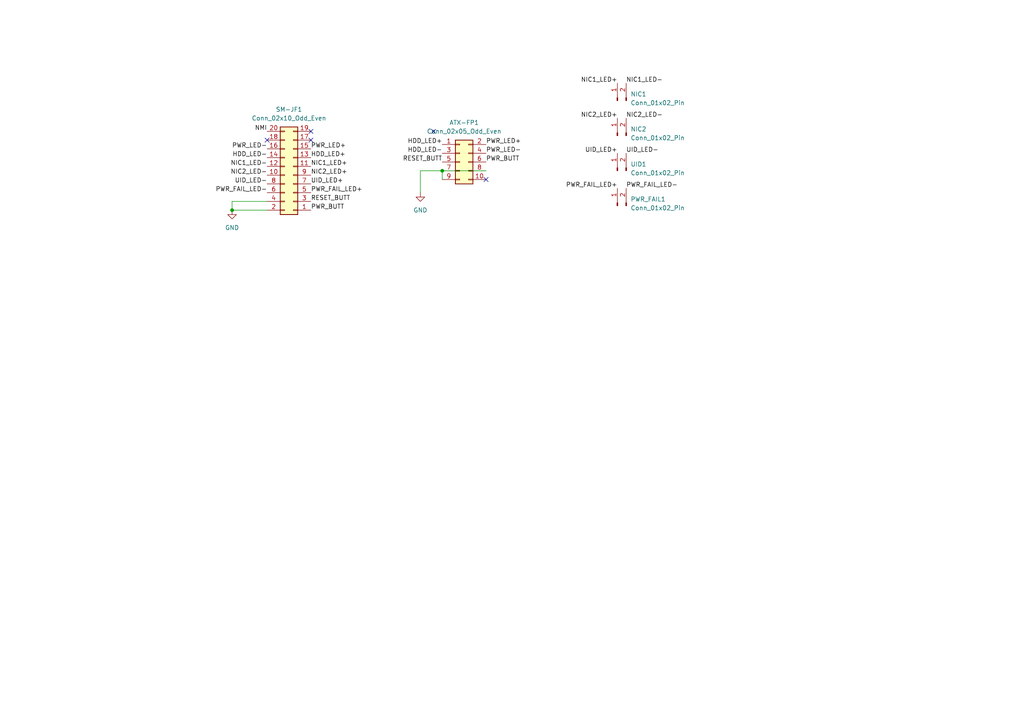
<source format=kicad_sch>
(kicad_sch (version 20230121) (generator eeschema)
  (paper "A4")
  (lib_symbols
    (symbol "Connector:Conn_01x02_Pin" (pin_names (offset 1.016) hide)
      (property "Reference" "J" (at 0 2.54 0))
      (property "Value" "Conn_01x02_Pin" (at 0 -5.08 0))
      (symbol "Conn_01x02_Pin_1_1"
        (polyline (pts (xy 1.27 -2.54) (xy 0.8636 -2.54)) (stroke (width 0.1524)))
        (polyline (pts (xy 1.27 0) (xy 0.8636 0)) (stroke (width 0.1524)))
        (rectangle (start 0.8636 -2.413) (end 0 -2.667) (stroke (width 0.1524)) (fill (type outline)))
        (rectangle (start 0.8636 0.127) (end 0 -0.127) (stroke (width 0.1524)) (fill (type outline)))
        (pin passive line (at 5.08 0 180) (length 3.81) (name "Pin_1") (number "1"))
        (pin passive line (at 5.08 -2.54 180) (length 3.81) (name "Pin_2") (number "2"))
      )
    )
    (symbol "Connector_Generic:Conn_02x05_Odd_Even" (pin_names (offset 1.016) hide)
      (property "Reference" "J" (at 1.27 7.62 0))
      (property "Value" "Conn_02x05_Odd_Even" (at 1.27 -7.62 0))
      (symbol "Conn_02x05_Odd_Even_1_1"
        (rectangle (start -1.27 -4.953) (end 0 -5.207) (stroke (width 0.1524)))
        (rectangle (start -1.27 -2.413) (end 0 -2.667) (stroke (width 0.1524)))
        (rectangle (start -1.27 0.127) (end 0 -0.127) (stroke (width 0.1524)))
        (rectangle (start -1.27 2.667) (end 0 2.413) (stroke (width 0.1524)))
        (rectangle (start -1.27 5.207) (end 0 4.953) (stroke (width 0.1524)))
        (rectangle (start -1.27 6.35) (end 3.81 -6.35) (stroke (width 0.254)) (fill (type background)))
        (rectangle (start 3.81 -4.953) (end 2.54 -5.207) (stroke (width 0.1524)))
        (rectangle (start 3.81 -2.413) (end 2.54 -2.667) (stroke (width 0.1524)))
        (rectangle (start 3.81 0.127) (end 2.54 -0.127) (stroke (width 0.1524)))
        (rectangle (start 3.81 2.667) (end 2.54 2.413) (stroke (width 0.1524)))
        (rectangle (start 3.81 5.207) (end 2.54 4.953) (stroke (width 0.1524)))
        (pin passive line (at -5.08 5.08 0) (length 3.81) (name "Pin_1") (number "1"))
        (pin passive line (at 7.62 -5.08 180) (length 3.81) (name "Pin_10") (number "10"))
        (pin passive line (at 7.62 5.08 180) (length 3.81) (name "Pin_2") (number "2"))
        (pin passive line (at -5.08 2.54 0) (length 3.81) (name "Pin_3") (number "3"))
        (pin passive line (at 7.62 2.54 180) (length 3.81) (name "Pin_4") (number "4"))
        (pin passive line (at -5.08 0 0) (length 3.81) (name "Pin_5") (number "5"))
        (pin passive line (at 7.62 0 180) (length 3.81) (name "Pin_6") (number "6"))
        (pin passive line (at -5.08 -2.54 0) (length 3.81) (name "Pin_7") (number "7"))
        (pin passive line (at 7.62 -2.54 180) (length 3.81) (name "Pin_8") (number "8"))
        (pin passive line (at -5.08 -5.08 0) (length 3.81) (name "Pin_9") (number "9"))
      )
    )
    (symbol "Connector_Generic:Conn_02x10_Odd_Even" (pin_names (offset 1.016) hide)
      (property "Reference" "J" (at 1.27 12.7 0))
      (property "Value" "Conn_02x10_Odd_Even" (at 1.27 -15.24 0))
      (symbol "Conn_02x10_Odd_Even_1_1"
        (rectangle (start -1.27 -12.573) (end 0 -12.827) (stroke (width 0.1524)))
        (rectangle (start -1.27 -10.033) (end 0 -10.287) (stroke (width 0.1524)))
        (rectangle (start -1.27 -7.493) (end 0 -7.747) (stroke (width 0.1524)))
        (rectangle (start -1.27 -4.953) (end 0 -5.207) (stroke (width 0.1524)))
        (rectangle (start -1.27 -2.413) (end 0 -2.667) (stroke (width 0.1524)))
        (rectangle (start -1.27 0.127) (end 0 -0.127) (stroke (width 0.1524)))
        (rectangle (start -1.27 2.667) (end 0 2.413) (stroke (width 0.1524)))
        (rectangle (start -1.27 5.207) (end 0 4.953) (stroke (width 0.1524)))
        (rectangle (start -1.27 7.747) (end 0 7.493) (stroke (width 0.1524)))
        (rectangle (start -1.27 10.287) (end 0 10.033) (stroke (width 0.1524)))
        (rectangle (start -1.27 11.43) (end 3.81 -13.97) (stroke (width 0.254)) (fill (type background)))
        (rectangle (start 3.81 -12.573) (end 2.54 -12.827) (stroke (width 0.1524)))
        (rectangle (start 3.81 -10.033) (end 2.54 -10.287) (stroke (width 0.1524)))
        (rectangle (start 3.81 -7.493) (end 2.54 -7.747) (stroke (width 0.1524)))
        (rectangle (start 3.81 -4.953) (end 2.54 -5.207) (stroke (width 0.1524)))
        (rectangle (start 3.81 -2.413) (end 2.54 -2.667) (stroke (width 0.1524)))
        (rectangle (start 3.81 0.127) (end 2.54 -0.127) (stroke (width 0.1524)))
        (rectangle (start 3.81 2.667) (end 2.54 2.413) (stroke (width 0.1524)))
        (rectangle (start 3.81 5.207) (end 2.54 4.953) (stroke (width 0.1524)))
        (rectangle (start 3.81 7.747) (end 2.54 7.493) (stroke (width 0.1524)))
        (rectangle (start 3.81 10.287) (end 2.54 10.033) (stroke (width 0.1524)))
        (pin passive line (at -5.08 10.16 0) (length 3.81) (name "Pin_1") (number "1"))
        (pin passive line (at 7.62 0 180) (length 3.81) (name "Pin_10") (number "10"))
        (pin passive line (at -5.08 -2.54 0) (length 3.81) (name "Pin_11") (number "11"))
        (pin passive line (at 7.62 -2.54 180) (length 3.81) (name "Pin_12") (number "12"))
        (pin passive line (at -5.08 -5.08 0) (length 3.81) (name "Pin_13") (number "13"))
        (pin passive line (at 7.62 -5.08 180) (length 3.81) (name "Pin_14") (number "14"))
        (pin passive line (at -5.08 -7.62 0) (length 3.81) (name "Pin_15") (number "15"))
        (pin passive line (at 7.62 -7.62 180) (length 3.81) (name "Pin_16") (number "16"))
        (pin passive line (at -5.08 -10.16 0) (length 3.81) (name "Pin_17") (number "17"))
        (pin passive line (at 7.62 -10.16 180) (length 3.81) (name "Pin_18") (number "18"))
        (pin passive line (at -5.08 -12.7 0) (length 3.81) (name "Pin_19") (number "19"))
        (pin passive line (at 7.62 10.16 180) (length 3.81) (name "Pin_2") (number "2"))
        (pin passive line (at 7.62 -12.7 180) (length 3.81) (name "Pin_20") (number "20"))
        (pin passive line (at -5.08 7.62 0) (length 3.81) (name "Pin_3") (number "3"))
        (pin passive line (at 7.62 7.62 180) (length 3.81) (name "Pin_4") (number "4"))
        (pin passive line (at -5.08 5.08 0) (length 3.81) (name "Pin_5") (number "5"))
        (pin passive line (at 7.62 5.08 180) (length 3.81) (name "Pin_6") (number "6"))
        (pin passive line (at -5.08 2.54 0) (length 3.81) (name "Pin_7") (number "7"))
        (pin passive line (at 7.62 2.54 180) (length 3.81) (name "Pin_8") (number "8"))
        (pin passive line (at -5.08 0 0) (length 3.81) (name "Pin_9") (number "9"))
      )
    )
    (symbol "power:GND" (power) (pin_names (offset 0))
      (property "Value" "GND" (at 0 -3.81 0))
      (symbol "GND_0_1"
        (polyline (pts (xy 0 0) (xy 0 -1.27) (xy 1.27 -1.27) (xy 0 -2.54) (xy -1.27 -1.27) (xy 0 -1.27)))
      )
      (symbol "GND_1_1"
        (pin power_in line (at 0 0 270) (length 0) hide (name "GND") (number "1"))
      )
    )
  )
  (junction (at 128.27 49.53))
  (junction (at 67.31 60.96))
  (no_connect (at 125.73 38.1))
  (no_connect (at 140.97 52.07))
  (no_connect (at 77.47 40.64))
  (no_connect (at 90.17 40.64))
  (no_connect (at 90.17 38.1))
  (wire (pts (xy 77.47 58.42) (xy 67.31 58.42)))
  (wire (pts (xy 121.92 49.53) (xy 121.92 55.88)))
  (wire (pts (xy 128.27 49.53) (xy 140.97 49.53)))
  (wire (pts (xy 128.27 49.53) (xy 128.27 52.07)))
  (wire (pts (xy 67.31 58.42) (xy 67.31 60.96)))
  (wire (pts (xy 67.31 60.96) (xy 77.47 60.96)))
  (wire (pts (xy 128.27 49.53) (xy 121.92 49.53)))
  (label "PWR_FAIL_LED+" (at 179.07 54.61 180))
  (label "NIC2_LED-" (at 77.47 50.8 180))
  (label "PWR_LED-" (at 77.47 43.18 180))
  (label "HDD_LED-" (at 128.27 44.45 180))
  (label "HDD_LED+" (at 90.17 45.72 0))
  (label "PWR_BUTT" (at 140.97 46.99 0))
  (label "NIC2_LED-" (at 181.61 34.29 0))
  (label "NIC1_LED-" (at 181.61 24.13 0))
  (label "PWR_LED+" (at 90.17 43.18 0))
  (label "UID_LED-" (at 77.47 53.34 180))
  (label "NIC2_LED+" (at 179.07 34.29 180))
  (label "HDD_LED-" (at 77.47 45.72 180))
  (label "HDD_LED+" (at 128.27 41.91 180))
  (label "RESET_BUTT" (at 128.27 46.99 180))
  (label "PWR_LED-" (at 140.97 44.45 0))
  (label "NIC2_LED+" (at 90.17 50.8 0))
  (label "NIC1_LED-" (at 77.47 48.26 180))
  (label "NIC1_LED+" (at 179.07 24.13 180))
  (label "PWR_FAIL_LED+" (at 90.17 55.88 0))
  (label "UID_LED+" (at 90.17 53.34 0))
  (label "UID_LED+" (at 179.07 44.45 180))
  (label "PWR_FAIL_LED-" (at 181.61 54.61 0))
  (label "NMI" (at 77.47 38.1 180))
  (label "UID_LED-" (at 181.61 44.45 0))
  (label "NIC1_LED+" (at 90.17 48.26 0))
  (label "PWR_BUTT" (at 90.17 60.96 0))
  (label "PWR_FAIL_LED-" (at 77.47 55.88 180))
  (label "RESET_BUTT" (at 90.17 58.42 0))
  (label "PWR_LED+" (at 140.97 41.91 0))
  (symbol (lib_id "Connector:Conn_01x02_Pin") (at 179.07 29.21 90) (unit 1)
    (property "Reference" "NIC1" (at 182.88 27.305 90) (effects (justify right)))
    (property "Value" "Conn_01x02_Pin" (at 182.88 29.845 90) (effects (justify right)))
    (property "Footprint" "Connector_PinHeader_2.54mm:PinHeader_2x01_P2.54mm_Vertical" (effects hide))
  )
  (symbol (lib_id "Connector_Generic:Conn_02x05_Odd_Even") (at 133.35 46.99 0) (unit 1)
    (property "Reference" "ATX-FP1" (at 134.62 35.56 0))
    (property "Value" "Conn_02x05_Odd_Even" (at 134.62 38.1 0))
    (property "Footprint" "Connector_PinSocket_2.54mm:PinSocket_2x05_P2.54mm_Vertical" (effects hide))
  )
  (symbol (lib_id "Connector:Conn_01x02_Pin") (at 179.07 49.53 90) (unit 1)
    (property "Reference" "UID1" (at 182.88 47.625 90) (effects (justify right)))
    (property "Value" "Conn_01x02_Pin" (at 182.88 50.165 90) (effects (justify right)))
    (property "Footprint" "Connector_PinHeader_2.54mm:PinHeader_2x01_P2.54mm_Vertical" (effects hide))
  )
  (symbol (lib_id "power:GND") (at 121.92 55.88 0) (unit 1)
    (property "Reference" "#PWR02" (effects hide))
    (property "Value" "GND" (at 121.92 60.96 0))
  )
  (symbol (lib_id "power:GND") (at 67.31 60.96 0) (unit 1)
    (property "Reference" "#PWR01" (effects hide))
    (property "Value" "GND" (at 67.31 66.04 0))
  )
  (symbol (lib_id "Connector:Conn_01x02_Pin") (at 179.07 39.37 90) (unit 1)
    (property "Reference" "NIC2" (at 182.88 37.465 90) (effects (justify right)))
    (property "Value" "Conn_01x02_Pin" (at 182.88 40.005 90) (effects (justify right)))
    (property "Footprint" "Connector_PinHeader_2.54mm:PinHeader_2x01_P2.54mm_Vertical" (effects hide))
  )
  (symbol (lib_id "Connector:Conn_01x02_Pin") (at 179.07 59.69 90) (unit 1)
    (property "Reference" "PWR_FAIL1" (at 182.88 57.785 90) (effects (justify right)))
    (property "Value" "Conn_01x02_Pin" (at 182.88 60.325 90) (effects (justify right)))
    (property "Footprint" "Connector_PinHeader_2.54mm:PinHeader_2x01_P2.54mm_Vertical" (effects hide))
  )
  (symbol (lib_id "Connector_Generic:Conn_02x10_Odd_Even") (at 85.09 50.8 180) (unit 1)
    (property "Reference" "SM-JF1" (at 83.82 31.75 0))
    (property "Value" "Conn_02x10_Odd_Even" (at 83.82 34.29 0))
    (property "Footprint" "Connector_PinSocket_2.54mm:PinSocket_2x10_P2.54mm_Vertical" (effects hide))
  )
)
</source>
